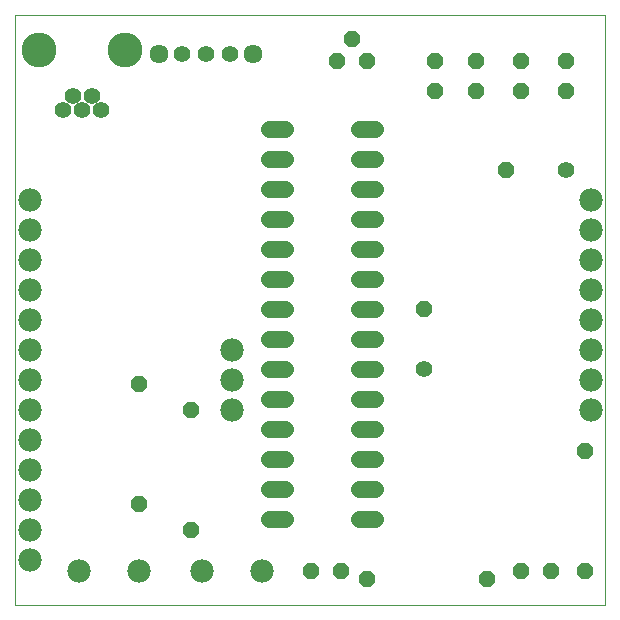
<source format=gbs>
G75*
%MOIN*%
%OFA0B0*%
%FSLAX25Y25*%
%IPPOS*%
%LPD*%
%AMOC8*
5,1,8,0,0,1.08239X$1,22.5*
%
%ADD10C,0.00000*%
%ADD11OC8,0.05600*%
%ADD12C,0.05600*%
%ADD13C,0.05550*%
%ADD14C,0.11620*%
%ADD15C,0.06337*%
%ADD16C,0.07800*%
%ADD17C,0.05600*%
D10*
X0001800Y0001800D02*
X0001800Y0198650D01*
X0198650Y0198650D01*
X0198650Y0001800D01*
X0001800Y0001800D01*
D11*
X0043050Y0035550D03*
X0060550Y0026800D03*
X0060550Y0066800D03*
X0043050Y0075550D03*
X0100550Y0013050D03*
X0110550Y0013050D03*
X0119300Y0010550D03*
X0159300Y0010550D03*
X0170550Y0013050D03*
X0180550Y0013050D03*
X0191800Y0013050D03*
X0191800Y0053050D03*
X0138050Y0100550D03*
X0165550Y0146800D03*
X0170550Y0173050D03*
X0170550Y0183050D03*
X0185550Y0183050D03*
X0185550Y0173050D03*
X0155550Y0173050D03*
X0155550Y0183050D03*
X0141800Y0183050D03*
X0141800Y0173050D03*
X0119300Y0183050D03*
X0114300Y0190550D03*
X0109300Y0183050D03*
D12*
X0185550Y0146800D03*
X0138050Y0080550D03*
D13*
X0073424Y0185550D03*
X0065550Y0185550D03*
X0057676Y0185550D03*
X0030599Y0166721D03*
X0027450Y0171446D03*
X0024300Y0166721D03*
X0021150Y0171446D03*
X0018001Y0166721D03*
D14*
X0009930Y0186800D03*
X0038670Y0186800D03*
D15*
X0049802Y0185550D03*
X0081298Y0185550D03*
D16*
X0006800Y0136800D03*
X0006800Y0126800D03*
X0006800Y0116800D03*
X0006800Y0106800D03*
X0006800Y0096800D03*
X0006800Y0086800D03*
X0006800Y0076800D03*
X0006800Y0066800D03*
X0006800Y0056800D03*
X0006800Y0046800D03*
X0006800Y0036800D03*
X0006800Y0026800D03*
X0006800Y0016800D03*
X0023050Y0013050D03*
X0043050Y0013050D03*
X0064300Y0013050D03*
X0084300Y0013050D03*
X0074300Y0066800D03*
X0074300Y0076800D03*
X0074300Y0086800D03*
X0193800Y0086800D03*
X0193800Y0076800D03*
X0193800Y0066800D03*
X0193800Y0096800D03*
X0193800Y0106800D03*
X0193800Y0116800D03*
X0193800Y0126800D03*
X0193800Y0136800D03*
D17*
X0121900Y0140550D02*
X0116700Y0140550D01*
X0116700Y0130550D02*
X0121900Y0130550D01*
X0121900Y0120550D02*
X0116700Y0120550D01*
X0116700Y0110550D02*
X0121900Y0110550D01*
X0121900Y0100550D02*
X0116700Y0100550D01*
X0116700Y0090550D02*
X0121900Y0090550D01*
X0121900Y0080550D02*
X0116700Y0080550D01*
X0116700Y0070550D02*
X0121900Y0070550D01*
X0121900Y0060550D02*
X0116700Y0060550D01*
X0116700Y0050550D02*
X0121900Y0050550D01*
X0121900Y0040550D02*
X0116700Y0040550D01*
X0116700Y0030550D02*
X0121900Y0030550D01*
X0091900Y0030550D02*
X0086700Y0030550D01*
X0086700Y0040550D02*
X0091900Y0040550D01*
X0091900Y0050550D02*
X0086700Y0050550D01*
X0086700Y0060550D02*
X0091900Y0060550D01*
X0091900Y0070550D02*
X0086700Y0070550D01*
X0086700Y0080550D02*
X0091900Y0080550D01*
X0091900Y0090550D02*
X0086700Y0090550D01*
X0086700Y0100550D02*
X0091900Y0100550D01*
X0091900Y0110550D02*
X0086700Y0110550D01*
X0086700Y0120550D02*
X0091900Y0120550D01*
X0091900Y0130550D02*
X0086700Y0130550D01*
X0086700Y0140550D02*
X0091900Y0140550D01*
X0091900Y0150550D02*
X0086700Y0150550D01*
X0086700Y0160550D02*
X0091900Y0160550D01*
X0116700Y0160550D02*
X0121900Y0160550D01*
X0121900Y0150550D02*
X0116700Y0150550D01*
M02*

</source>
